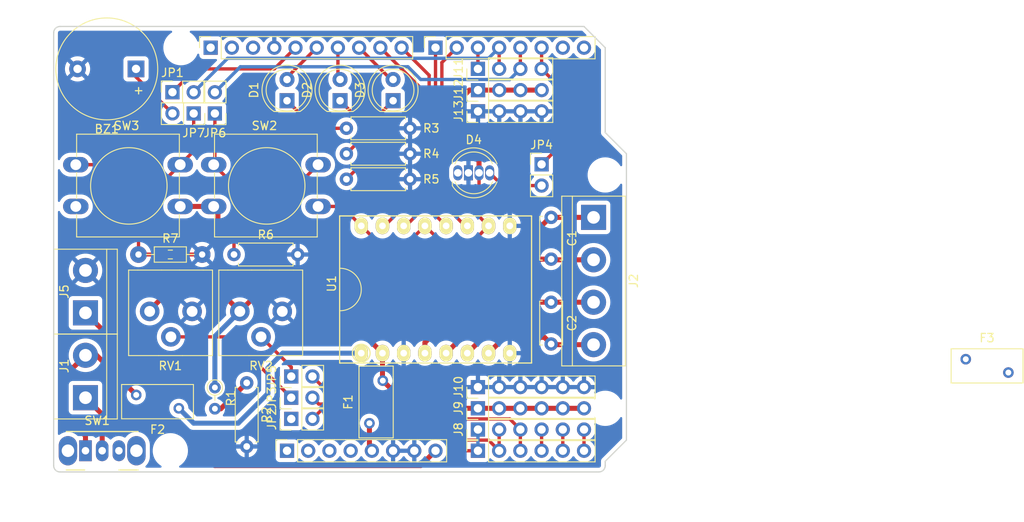
<source format=kicad_pcb>
(kicad_pcb (version 20211014) (generator pcbnew)

  (general
    (thickness 1.6)
  )

  (paper "A4")
  (title_block
    (date "mar. 31 mars 2015")
  )

  (layers
    (0 "F.Cu" signal)
    (31 "B.Cu" signal)
    (32 "B.Adhes" user "B.Adhesive")
    (33 "F.Adhes" user "F.Adhesive")
    (34 "B.Paste" user)
    (35 "F.Paste" user)
    (36 "B.SilkS" user "B.Silkscreen")
    (37 "F.SilkS" user "F.Silkscreen")
    (38 "B.Mask" user)
    (39 "F.Mask" user)
    (40 "Dwgs.User" user "User.Drawings")
    (41 "Cmts.User" user "User.Comments")
    (42 "Eco1.User" user "User.Eco1")
    (43 "Eco2.User" user "User.Eco2")
    (44 "Edge.Cuts" user)
    (45 "Margin" user)
    (46 "B.CrtYd" user "B.Courtyard")
    (47 "F.CrtYd" user "F.Courtyard")
    (48 "B.Fab" user)
    (49 "F.Fab" user)
  )

  (setup
    (stackup
      (layer "F.SilkS" (type "Top Silk Screen"))
      (layer "F.Paste" (type "Top Solder Paste"))
      (layer "F.Mask" (type "Top Solder Mask") (color "Green") (thickness 0.01))
      (layer "F.Cu" (type "copper") (thickness 0.035))
      (layer "dielectric 1" (type "core") (thickness 1.51) (material "FR4") (epsilon_r 4.5) (loss_tangent 0.02))
      (layer "B.Cu" (type "copper") (thickness 0.035))
      (layer "B.Mask" (type "Bottom Solder Mask") (color "Green") (thickness 0.01))
      (layer "B.Paste" (type "Bottom Solder Paste"))
      (layer "B.SilkS" (type "Bottom Silk Screen"))
      (copper_finish "None")
      (dielectric_constraints no)
    )
    (pad_to_mask_clearance 0)
    (aux_axis_origin 100 100)
    (grid_origin 100 100)
    (pcbplotparams
      (layerselection 0x0000030_80000001)
      (disableapertmacros false)
      (usegerberextensions false)
      (usegerberattributes true)
      (usegerberadvancedattributes true)
      (creategerberjobfile true)
      (svguseinch false)
      (svgprecision 6)
      (excludeedgelayer true)
      (plotframeref false)
      (viasonmask false)
      (mode 1)
      (useauxorigin false)
      (hpglpennumber 1)
      (hpglpenspeed 20)
      (hpglpendiameter 15.000000)
      (dxfpolygonmode true)
      (dxfimperialunits true)
      (dxfusepcbnewfont true)
      (psnegative false)
      (psa4output false)
      (plotreference true)
      (plotvalue true)
      (plotinvisibletext false)
      (sketchpadsonfab false)
      (subtractmaskfromsilk false)
      (outputformat 1)
      (mirror false)
      (drillshape 1)
      (scaleselection 1)
      (outputdirectory "")
    )
  )

  (net 0 "")
  (net 1 "GND")
  (net 2 "Net-(BZ1-Pad1)")
  (net 3 "+5V")
  (net 4 "/IOREF")
  (net 5 "/A0")
  (net 6 "/A1")
  (net 7 "/A2")
  (net 8 "/A3")
  (net 9 "/SDA{slash}A4")
  (net 10 "/SCL{slash}A5")
  (net 11 "/13")
  (net 12 "/12")
  (net 13 "/AREF")
  (net 14 "/8")
  (net 15 "/7")
  (net 16 "/*11")
  (net 17 "/*10")
  (net 18 "/*9")
  (net 19 "/4")
  (net 20 "/2")
  (net 21 "/*6")
  (net 22 "/*5")
  (net 23 "/TX{slash}1")
  (net 24 "/*3")
  (net 25 "/RX{slash}0")
  (net 26 "Net-(C1-Pad1)")
  (net 27 "Net-(C1-Pad2)")
  (net 28 "/~{RESET}")
  (net 29 "Net-(C2-Pad1)")
  (net 30 "Net-(C2-Pad2)")
  (net 31 "Net-(D1-Pad1)")
  (net 32 "Net-(D2-Pad1)")
  (net 33 "Net-(D3-Pad1)")
  (net 34 "Net-(F1-Pad1)")
  (net 35 "Net-(F2-Pad1)")
  (net 36 "/+BAT")
  (net 37 "Net-(F3-Pad1)")
  (net 38 "+3.3V")
  (net 39 "/STUP_IN")
  (net 40 "unconnected-(J4-Pad1)")
  (net 41 "/Vin")
  (net 42 "Net-(JP2-Pad1)")
  (net 43 "Net-(JP3-Pad1)")
  (net 44 "Net-(D4-Pad4)")
  (net 45 "Net-(JP5-Pad1)")
  (net 46 "Net-(JP6-Pad1)")
  (net 47 "Net-(JP7-Pad1)")
  (net 48 "unconnected-(D4-Pad1)")

  (footprint "Connector_PinSocket_2.54mm:PinSocket_1x08_P2.54mm_Vertical" (layer "F.Cu") (at 127.94 97.46 90))

  (footprint "Connector_PinSocket_2.54mm:PinSocket_1x06_P2.54mm_Vertical" (layer "F.Cu") (at 150.8 97.46 90))

  (footprint "Connector_PinSocket_2.54mm:PinSocket_1x10_P2.54mm_Vertical" (layer "F.Cu") (at 118.796 49.2 90))

  (footprint "Connector_PinSocket_2.54mm:PinSocket_1x08_P2.54mm_Vertical" (layer "F.Cu") (at 145.72 49.2 90))

  (footprint "Resistor_THT:R_Axial_DIN0207_L6.3mm_D2.5mm_P7.62mm_Horizontal" (layer "F.Cu") (at 123.114 89.332 -90))

  (footprint "Connector_PinHeader_2.54mm:PinHeader_1x06_P2.54mm_Vertical" (layer "F.Cu") (at 150.8 89.84 90))

  (footprint "Fuse:Fuse_BelFuse_0ZRE0005FF_L8.3mm_W3.8mm" (layer "F.Cu") (at 137.808 94.168 90))

  (footprint "Connector_PinHeader_2.54mm:PinHeader_1x04_P2.54mm_Vertical" (layer "F.Cu") (at 150.8 51.74 90))

  (footprint "bl_kicad:NEOPIXEL_THT_D5.0mm-4_(OGVI)" (layer "F.Cu") (at 148.392 64.186))

  (footprint "Button_Switch_THT:SW_PUSH-12mm" (layer "F.Cu") (at 119.16 63.21))

  (footprint "bl_kicad:POT_SmallBlueArrow" (layer "F.Cu") (at 122.29 75.95 -90))

  (footprint "LED_THT:LED_D5.0mm" (layer "F.Cu") (at 134.29 55.55 90))

  (footprint "Connector_PinHeader_2.54mm:PinHeader_1x02_P2.54mm_Vertical" (layer "F.Cu") (at 116.764 57.079 180))

  (footprint "LED_THT:LED_D5.0mm" (layer "F.Cu") (at 140.64 55.55 90))

  (footprint "Connector_PinHeader_2.54mm:PinHeader_1x02_P2.54mm_Vertical" (layer "F.Cu") (at 128.448 93.65 90))

  (footprint "Connector_PinHeader_2.54mm:PinHeader_1x04_P2.54mm_Vertical" (layer "F.Cu") (at 150.81 56.82 90))

  (footprint "Connector_PinHeader_2.54mm:PinHeader_1x04_P2.54mm_Vertical" (layer "F.Cu") (at 150.81 54.28 90))

  (footprint "Button_Switch_THT:SW_PUSH-12mm" (layer "F.Cu") (at 102.65 63.21))

  (footprint "LED_THT:LED_D5.0mm" (layer "F.Cu") (at 127.94 55.55 90))

  (footprint "Connector_PinHeader_2.54mm:PinHeader_1x02_P2.54mm_Vertical" (layer "F.Cu") (at 119.304 57.079 180))

  (footprint "Capacitor_THT:C_Disc_D5.0mm_W2.5mm_P5.00mm" (layer "F.Cu") (at 159.563 69.52 -90))

  (footprint "Capacitor_THT:C_Disc_D5.0mm_W2.5mm_P5.00mm" (layer "F.Cu") (at 159.563 79.68 -90))

  (footprint "TerminalBlock:TerminalBlock_bornier-2_P5.08mm" (layer "F.Cu") (at 103.81 80.95 90))

  (footprint "Arduino_MountingHole:MountingHole_3.2mm" (layer "F.Cu") (at 115.24 49.2))

  (footprint "bl_kicad:ResistorMIxed_THT-DIN0204_SMD-0603" (layer "F.Cu") (at 110.16 73.965))

  (footprint "Resistor_THT:R_Axial_DIN0207_L6.3mm_D2.5mm_P7.62mm_Horizontal" (layer "F.Cu") (at 121.59 73.965))

  (footprint "Connector_PinHeader_2.54mm:PinHeader_1x02_P2.54mm_Vertical" (layer "F.Cu") (at 128.448 88.57 90))

  (footprint "Resistor_THT:R_Axial_DIN0207_L6.3mm_D2.5mm_P7.62mm_Horizontal" (layer "F.Cu") (at 135.052 58.852))

  (footprint "Resistor_THT:R_Axial_DIN0204_L3.6mm_D1.6mm_P2.54mm_Vertical" (layer "F.Cu") (at 119.304 89.89 -90))

  (footprint "Connector_PinHeader_2.54mm:PinHeader_1x02_P2.54mm_Vertical" (layer "F.Cu") (at 114.224 54.529))

  (footprint "Fuse:Fuse_BelFuse_0ZRE0005FF_L8.3mm_W3.8mm" (layer "F.Cu") (at 209.21 86.5))

  (footprint "Fuse:Fuse_BelFuse_0ZRE0005FF_L8.3mm_W3.8mm" (layer "F.Cu") (at 114.986 92.38 180))

  (footprint "bl_kicad:POT_SmallBlueArrow" (layer "F.Cu") (at 111.495 75.95 -90))

  (footprint "bl_kicad:Buzzer_11.45x8RM7" (layer "F.Cu") (at 110.16 51.74 180))

  (footprint "Button_Switch_THT:SW_CuK_OS102011MA1QN1_SPDT_Angled" (layer "F.Cu") (at 103.81 97.46))

  (footprint "TerminalBlock:TerminalBlock_bornier-4_P5.08mm" (layer "F.Cu") (at 164.643 69.52 -90))

  (footprint "TerminalBlock:TerminalBlock_bornier-2_P5.08mm" (layer "F.Cu") (at 103.81 91.11 90))

  (footprint "Arduino_MountingHole:MountingHole_3.2mm" (layer "F.Cu") (at 113.97 97.46))

  (footprint "Resistor_THT:R_Axial_DIN0207_L6.3mm_D2.5mm_P7.62mm_Horizontal" (layer "F.Cu") (at 135.052 61.9))

  (footprint "Resistor_THT:R_Axial_DIN0207_L6.3mm_D2.5mm_P7.62mm_Horizontal" (layer "F.Cu") (at 135.052 64.948))

  (footprint "Arduino_MountingHole:MountingHole_3.2mm" (layer "F.Cu") (at 166.04 64.44))

  (footprint "Connector_PinHeader_2.54mm:PinHeader_1x02_P2.54mm_Vertical" (layer "F.Cu") (at 128.443 91.11 90))

  (footprint "Arduino_MountingHole:MountingHole_3.2mm" (layer "F.Cu") (at 166.04 92.38))

  (footprint "Connector_PinHeader_2.54mm:PinHeader_1x06_P2.54mm_Vertical" (layer "F.Cu") (at 150.8 94.92 90))

  (footprint "bl_kicad:DIP-16_600" (layer "F.Cu") (at 136.83 85.776 90))

  (footprint "Connector_PinHeader_2.54mm:PinHeader_1x02_P2.54mm_Vertical" (layer "F.Cu") (at 158.42 63.17))

  (footprint "Connector_PinHeader_2.54mm:PinHeader_1x06_P2.54mm_Vertical" (layer "F.Cu") (at 150.8 92.38 90))

  (gr_line (start 98.095 96.825) (end 98.095 87.935) (layer "Dwgs.User") (width 0.15) (tstamp 53e4740d-8877-45f6-ab44-50ec12588509))
  (gr_line (start 111.43 96.825) (end 98.095 96.825) (layer "Dwgs.User") (width 0.15) (tstamp 556cf23c-299b-4f67-9a25-a41fb8b5982d))
  (gr_rect (start 162.23 69.52) (end 167.31 77.14) (layer "Dwgs.User") (width 0.15) (fill none) (tstamp 58ce2ea3-aa66-45fe-b5e1-d11ebd935d6a))
  (gr_line (start 98.095 87.935) (end 111.43 87.935) (layer "Dwgs.User") (width 0.15) (tstamp 77f9193c-b405-498d-930b-ec247e51bb7e))
  (gr_line (start 93.65 67.615) (end 93.65 56.185) (layer "Dwgs.User") (width 0.15) (tstamp 886b3496-76f8-498c-900d-2acfeb3f3b58))
  (gr_line (start 111.43 87.935) (end 111.43 96.825) (layer "Dwgs.User") (width 0.15) (tstamp 92b33026-7cad-45d2-b531-7f20adda205b))
  (gr_line (start 109.525 56.185) (end 109.525 67.615) (layer "Dwgs.User") (width 0.15) (tstamp bf6edab4-3acb-4a87-b344-4fa26a7ce1ab))
  (gr_line (start 93.65 56.185) (end 109.525 56.185) (layer "Dwgs.User") (width 0.15) (tstamp da3f2702-9f42-46a9-b5f9-abfc74e86759))
  (gr_line (start 109.525 67.615) (end 93.65 67.615) (layer "Dwgs.User") (width 0.15) (tstamp fde342e7-23e6-43a1-9afe-f71547964d5d))
  (gr_line (start 166.04 59.36) (end 168.58 61.9) (layer "Edge.Cuts") (width 0.15) (tstamp 14983443-9435-48e9-8e51-6faf3f00bdfc))
  (gr_line (start 100 99.238) (end 100 47.422) (layer "Edge.Cuts") (width 0.15) (tstamp 16738e8d-f64a-4520-b480-307e17fc6e64))
  (gr_line (start 168.58 61.9) (end 168.58 96.19) (layer "Edge.Cuts") (width 0.15) (tstamp 58c6d72f-4bb9-4dd3-8643-c635155dbbd9))
  (gr_line (start 165.278 100) (end 100.762 100) (layer "Edge.Cuts") (width 0.15) (tstamp 63988798-ab74-4066-afcb-7d5e2915caca))
  (gr_line (start 100.762 46.66) (end 163.5 46.66) (layer "Edge.Cuts") (width 0.15) (tstamp 6fef40a2-9c09-4d46-b120-a8241120c43b))
  (gr_arc (start 100.762 100) (mid 100.223185 99.776815) (end 100 99.238) (layer "Edge.Cuts") (width 0.15) (tstamp 814cca0a-9069-4535-992b-1bc51a8012a6))
  (gr_line (start 168.58 96.19) (end 166.04 98.73) (layer "Edge.Cuts") (width 0.15) (tstamp 93ebe48c-2f88-4531-a8a5-5f344455d694))
  (gr_line (start 163.5 46.66) (end 166.04 49.2) (layer "Edge.Cuts") (width 0.15) (tstamp a1531b39-8dae-4637-9a8d-49791182f594))
  (gr_arc (start 166.04 99.238) (mid 165.816815 99.776815) (end 165.278 100) (layer "Edge.Cuts") (width 0.15) (tstamp b69d9560-b866-4a54-9fbe-fec8c982890e))
  (gr_line (start 166.04 49.2) (end 166.04 59.36) (layer "Edge.Cuts") (width 0.15) (tstamp e462bc5f-271d-43fc-ab39-c424cc8a72ce))
  (gr_line (start 166.04 98.73) (end 166.04 99.238) (layer "Edge.Cuts") (width 0.15) (tstamp ea66c48c-ef77-4435-9521-1af21d8c2327))
  (gr_arc (start 100 47.422) (mid 100.223185 46.883185) (end 100.762 46.66) (layer "Edge.Cuts") (width 0.15) (tstamp ef0ee1ce-7ed7-4e9c-abb9-dc0926a9353e))
  (gr_text "ICSP" (at 164.77 73.33 90) (layer "Dwgs.User") (tstamp 8a0ca77a-5f97-4d8b-bfbe-42a4f0eded41)
    (effects (font (size 1 1) (thickness 0.15)))
  )

  (segment (start 109.86 52.705) (end 109.86 51.74) (width 0.4) (layer "F.Cu") (net 2) (tstamp 522fb94f-aaf0-4ff2-b010-97bbbace5395))
  (segment (start 114.224 57.069) (end 109.86 52.705) (width 0.4) (layer "F.Cu") (net 2) (tstamp 6a098170-02d3-4053-87cf-e65620a56483))
  (segment (start 148.26 55.804) (end 148.26 60.122) (width 0.6) (layer "F.Cu") (net 3) (tstamp 099d783d-5f01-40dd-839e-278c8c1b19e0))
  (segment (start 153.34 92.38) (end 155.88 92.38) (width 0.6) (layer "F.Cu") (net 3) (tstamp 0a7c35a0-4586-425d-89c0-40979bc94c4b))
  (segment (start 142.677 72.309) (end 144.45 70.536) (width 0.4) (layer "F.Cu") (net 3) (tstamp 114e84a3-e6a6-44a6-9089-db62187948da))
  (segment (start 139.37 89.03) (end 139.408 89.068) (width 0.6) (layer "F.Cu") (net 3) (tstamp 16046903-1e44-4d5a-8e6a-39fcfcee2315))
  (segment (start 119.67 78.156) (end 119.67 68.72) (width 0.6) (layer "F.Cu") (net 3) (tstamp 1be996f4-7203-4818-8644-134c1cf98ce7))
  (segment (start 119.16 68.21) (end 115.15 68.21) (width 0.6) (layer "F.Cu") (net 3) (tstamp 2bffc7ac-67ac-4fcf-b4ed-2988f9e7e387))
  (segment (start 139.37 85.776) (end 139.37 89.03) (width 0.6) (layer "F.Cu") (net 3) (tstamp 349da2a8-08a2-4a18-9ecc-b6557cba69cb))
  (segment (start 150.8 92.38) (end 153.34 92.38) (width 0.6) (layer "F.Cu") (net 3) (tstamp 3ecbc352-6753-4b30-a528-1eeef247068b))
  (segment (start 150.81 54.28) (end 149.784 54.28) (width 0.6) (layer "F.Cu") (net 3) (tstamp 5296c87c-3c85-4035-9c4d-4e68c21c65fd))
  (segment (start 138.618 72.309) (end 142.677 72.309) (width 0.4) (layer "F.Cu") (net 3) (tstamp 5d7fd865-6863-45f5-8985-e2db428596f7))
  (segment (start 144.45 70.536) (end 144.465 70.536) (width 0.4) (layer "F.Cu") (net 3) (tstamp 60085238-c115-4297-bfe3-0b438c7fecae))
  (segment (start 160.96 92.38) (end 163.5 92.38) (width 0.6) (layer "F.Cu") (net 3) (tstamp 6164fe25-819d-4358-950b-4f982cce0b69))
  (segment (start 150.302 72.309) (end 152.07 70.541) (width 0.4) (layer "F.Cu") (net 3) (tstamp 713a3037-3adb-425a-8a65-667cd111982e))
  (segment (start 150.932 64.186) (end 150.932 69.398) (width 0.4) (layer "F.Cu") (net 3) (tstamp 74e0503a-4dba-4a3b-aa61-d6e8084a029e))
  (segment (start 152.07 70.541) (end 152.07 70.536) (width 0.4) (layer "F.Cu") (net 3) (tstamp 771d31cb-58ee-4b23-8914-318b83bce114))
  (segment (start 142.72 92.38) (end 139.408 89.068) (width 0.6) (layer "F.Cu") (net 3) (tstamp 7d658079-e587-4faf-9e55-bc3b17ea1220))
  (segment (start 155.89 54.28) (end 158.43 54.28) (width 0.6) (layer "F.Cu") (net 3) (tstamp 7f87f1d9-9090-41c1-873b-3f97d18ae5e5))
  (segment (start 150.932 62.794) (end 150.932 64.186) (width 0.6) (layer "F.Cu") (net 3) (tstamp 89498d22-1a83-4dd0-8a53-a441ff69aa4c))
  (segment (start 149.784 54.28) (end 148.26 55.804) (width 0.6) (layer "F.Cu") (net 3) (tstamp 8a3ca327-f37a-4fd0-8106-e84649723499))
  (segment (start 124.402 78.664) (end 122.29 80.776) (width 0.6) (layer "F.Cu") (net 3) (tstamp 97d53e56-346f-4514-92b0-f11a2a01f430))
  (segment (start 148.26 60.122) (end 150.932 62.794) (width 0.6) (layer "F.Cu") (net 3) (tstamp 9ca2d432-6cf0-4958-baa7-185e7a3da45f))
  (segment (start 144.465 70.536) (end 146.238 72.309) (width 0.4) (layer "F.Cu") (net 3) (tstamp 9e5037d6-5a33-4b3f-92e4-7d1d4d016c25))
  (segment (start 111.495 80.776) (end 111.495 80.631) (width 0.6) (layer "F.Cu") (net 3) (tstamp 9fcf03f8-51fe-43aa-8426-29d9039e5059))
  (segment (start 150.932 69.398) (end 152.07 70.536) (width 0.4) (layer "F.Cu") (net 3) (tstamp a433494e-34ce-4f13-a31d-4575ed1faa13))
  (segment (start 153.35 54.28) (end 155.89 54.28) (width 0.6) (layer "F.Cu") (net 3) (tstamp b09a50c8-658e-4000-a40e-da118db85937))
  (segment (start 155.88 92.38) (end 158.42 92.38) (width 0.6) (layer "F.Cu") (net 3) (tstamp b967e670-d05c-4d5f-8842-daeb77784986))
  (segment (start 136.845 70.536) (end 138.618 72.309) (width 0.4) (layer "F.Cu") (net 3) (tstamp bff05b2a-5db0-4e26-b7eb-6fe07aa3f4bf))
  (segment (start 150.8 64.318) (end 150.932 64.186) (width 0.4) (layer "F.Cu") (net 3) (tstamp ca960fdc-1961-48c8-9ad3-a3269af57ef9))
  (segment (start 132.258 78.664) (end 124.402 78.664) (width 0.6) (layer "F.Cu") (net 3) (tstamp d0c87d1a-c3ba-4653-8ce5-4fc32ad564ae))
  (segment (start 136.83 70.536) (end 134.504 68.21) (width 0.4) (layer "F.Cu") (net 3) (tstamp d188722d-1234-4e49-8e1c-4de3e38585a5))
  (segment (start 134.504 68.21) (end 131.66 68.21) (width 0.4) (layer "F.Cu") (net 3) (tstamp d50f7b0a-47a0-48f7-8138-bda9a419c558))
  (segment (start 113.97 78.156) (end 119.67 78.156) (width 0.6) (layer "F.Cu") (net 3) (tstamp d5deaeee-72f4-4487-b5dc-61419d8b7435))
  (segment (start 139.37 85.776) (end 132.258 78.664) (width 0.6) (layer "F.Cu") (net 3) (tstamp dc119b8f-3cb6-4658-96b7-6eafdcf44707))
  (segment (start 146.238 72.309) (end 150.302 72.309) (width 0.4) (layer "F.Cu") (net 3) (tstamp e441dd43-b22f-4b61-afc9-33a3e39fb3f6))
  (segment (start 119.67 68.72) (end 119.16 68.21) (width 0.6) (layer "F.Cu") (net 3) (tstamp e662e571-364c-4161-89dd-265923befed6))
  (segment (start 119.67 78.156) (end 122.29 80.776) (width 0.6) (layer "F.Cu") (net 3) (tstamp eb8b080c-ec4e-40c7-9e85-21fd40398ea7))
  (segment (start 150.81 54.28) (end 153.35 54.28) (width 0.6) (layer "F.Cu") (net 3) (tstamp ece4c281-19c3-44be-9df3-e390ffdc7cdc))
  (segment (start 136.83 70.536) (end 136.845 70.536) (width 0.4) (layer "F.Cu") (net 3) (tstamp f4c4d76c-9b12-46af-9f82-7b0c1462769c))
  (segment (start 111.495 80.631) (end 113.97 78.156) (width 0.6) (layer "F.Cu") (net 3) (tstamp f5c5f4c5-b8f1-400a-b452-12b863c5af80))
  (segment (start 150.8 92.38) (end 142.72 92.38) (width 0.6) (layer "F.Cu") (net 3) (tstamp faa23bef-e3ee-4645-b1c9-187aca49ce24))
  (segment (start 158.42 92.38) (end 160.96 92.38) (width 0.6) (layer "F.Cu") (net 3) (tstamp fad0aed5-5fd9-40a6-b175-f764f8c779a6))
  (segment (start 122.29 80.776) (end 119.304 83.762) (width 0.6) (layer "B.Cu") (net 3) (tstamp 55c78533-2fef-432b-95d4-e8ad2b7a45de))
  (segment (start 119.304 83.762) (end 119.304 89.89) (width 0.6) (layer "B.Cu") (net 3) (tstamp 90bfde35-df19-4f93-b5ac-af72b4a22050))
  (segment (start 139.116 92.634) (end 132.004 92.634) (width 0.4) (layer "F.Cu") (net 5) (tstamp 45636b51-fd3f-4c49-be86-d00d5a7fe25e))
  (segment (start 150.8 97.46) (end 148.006 97.46) (width 0.4) (layer "F.Cu") (net 5) (tstamp 5eafba53-b303-4fdb-bcb0-e5ba692d6156))
  (segment (start 132.004 92.634) (end 130.988 93.65) (width 0.4) (layer "F.Cu") (net 5) (tstamp 8d48742f-61c0-47dd-87ba-2f9df3b8426a))
  (segment (start 145.212 94.666) (end 141.148 94.666) (width 0.4) (layer "F.Cu") (net 5) (tstamp b6e62464-8a45-4e95-97a0-b67f8df480d6))
  (segment (start 148.006 97.46) (end 145.212 94.666) (width 0.4) (layer "F.Cu") (net 5) (tstamp bd0f9f19-3bf1-40df-bc0e-71a2f2e87879))
  (segment (start 141.148 94.666) (end 139.116 92.634) (width 0.4) (layer "F.Cu") (net 5) (tstamp f9f707ef-26dd-4ef5-a654-6c8936d1267e))
  (segment (start 150.8 97.46) (end 150.8 94.92) (width 0.4) (layer "B.Cu") (net 5) (tstamp 8f99ffd0-4fad-4249-b15d-9ba9bad9e629))
  (segment (start 141.402 93.904) (end 139.37 91.872) (width 0.4) (layer "F.Cu") (net 6) (tstamp 0864a19a-0d9e-4ebe-ad4c-77bb8a19a84c))
  (segment (start 147.752 96.19) (end 145.466 93.904) (width 0.4) (layer "F.Cu") (net 6) (tstamp 114bc672-0458-4ee7-942c-e003337dad8a))
  (segment (start 131.745 91.872) (end 130.983 91.11) (width 0.4) (layer "F.Cu") (net 6) (tstamp 13f98492-93cb-4f38-b810-2510ef074f66))
  (segment (start 153.34 97.46) (end 153.34 94.92) (width 0.4) (layer "F.Cu") (net 6) (tstamp 2624b555-c54f-4898-8303-a20390181220))
  (segment (start 145.466 93.904) (end 141.402 93.904) (width 0.4) (layer "F.Cu") (net 6) (tstamp 3349c454-6127-48a2-84b3-c4a7aeb333c9))
  (segment (start 153.34 97.46) (end 152.07 96.19) (width 0.4) (layer "F.Cu") (net 6) (tstamp a5166ba3-82ed-4feb-a89c-4354afada157))
  (segment (start 152.07 96.19) (end 147.752 96.19) (width 0.4) (layer "F.Cu") (net 6) (tstamp eb0f8ef9-8e7b-4bb8-a285-be3406f2a220))
  (segment (start 139.37 91.872) (end 131.745 91.872) (width 0.4) (layer "F.Cu") (net 6) (tstamp fb6a7813-9c8a-49d4-b40b-8a92c820ff93))
  (segment (start 155.88 94.92) (end 154.61 93.65) (width 0.4) (layer "F.Cu") (net 7) (tstamp 198a0f90-a630-435f-a27a-74bd3e8fc598))
  (segment (start 155.88 97.46) (end 155.88 94.92) (width 0.4) (layer "F.Cu") (net 7) (tstamp 44bd31a4-d539-4b2b-833f-a96d24212f86))
  (segment (start 145.72 93.142) (end 141.656 93.142) (width 0.4) (layer "F.Cu") (net 7) (tstamp 47452d99-7412-4780-b23b-5727c27ad70d))
  (segment (start 133.528 91.11) (end 130.988 88.57) (width 0.4) (layer "F.Cu") (net 7) (tstamp 935d163d-ca5b-4e9d-9348-e142db535f32))
  (segment (start 146.228 93.65) (end 145.72 93.142) (width 0.4) (layer "F.Cu") (net 7) (tstamp bb3f1934-ef02-48f6-9cf3-c26838ac626e))
  (segment (start 139.624 91.11) (end 133.528 91.11) (width 0.4) (layer "F.Cu") (net 7) (tstamp e0b3330a-25d0-42e0-a137-5c563a3c4c9a))
  (segment (start 154.61 93.65) (end 146.228 93.65) (width 0.4) (layer "F.Cu") (net 7) (tstamp ecb62cda-134d-4ce1-9e4a-ddd55df7fc29))
  (segment (start 141.656 93.142) (end 139.624 91.11) (width 0.4) (layer "F.Cu") (net 7) (tstamp f671ffb5-6415-48c1-9d8c-e60da5678f78))
  (segment (start 158.42 97.46) (end 158.42 94.92) (width 0.4) (layer "F.Cu") (net 8) (tstamp c136dc78-12a8-4510-859c-49dd572bac20))
  (segment (start 160.96 97.46) (end 160.96 94.92) (width 0.4) (layer "F.Cu") (net 9) (tstamp 36741c36-82ca-4e0b-bcaa-0298982ac89f))
  (segment (start 163.5 97.46) (end 163.5 94.92) (width 0.4) (layer "F.Cu") (net 10) (tstamp c6c6a4c4-6d25-4bcc-8051-94e4e7c6058e))
  (segment (start 117.013 51.74) (end 114.224 54.529) (width 0.4) (layer "F.Cu") (net 11) (tstamp 3c75fd2e-d912-4982-8e32-c496a329cdd9))
  (segment (start 128.956 49.2) (end 126.416 51.74) (width 0.4) (layer "F.Cu") (net 11) (tstamp 490f7dba-f395-4494-8a58-b3b2a3633be7))
  (segment (start 126.416 51.74) (end 117.013 51.74) (width 0.4) (layer "F.Cu") (net 11) (tstamp 63a5a3e5-bd35-4500-8127-c262661bd218))
  (segment (start 127.94 52.756) (end 127.94 53.01) (width 0.4) (layer "F.Cu") (net 12) (tstamp 6a9eb152-b577-4acf-97af-97a0b0b6d16a))
  (segment (start 131.496 49.2) (end 127.94 52.756) (width 0.4) (layer "F.Cu") (net 12) (tstamp dee7c7d7-941d-4f3a-9b4a-4c51d548227e))
  (segment (start 144.958 52.502) (end 144.958 67.742) (width 0.4) (layer "F.Cu") (net 14) (tstamp 065a8816-0311-4f37-a4b7-48e063cc3fc6))
  (segment (start 142.164 70.536) (end 141.91 70.536) (width 0.4) (layer "F.Cu") (net 14) (tstamp 0c155b47-445a-4c81-9e86-cbee2251fab4))
  (segment (start 141.656 49.2) (end 144.958 52.502) (width 0.4) (layer "F.Cu") (net 14) (tstamp 70d9143a-8e16-44d6-8a63-37687308acf7))
  (segment (start 144.958 67.742) (end 142.164 70.536) (width 0.4) (layer "F.Cu") (net 14) (tstamp ffd5edb7-163c-481c-b63c-bdd3ba95bd6e))
  (segment (start 145.72 69.266) (end 146.99 70.536) (width 0.4) (layer "F.Cu") (net 15) (tstamp 9e6630b3-a972-4041-9712-b988ff83cbf1))
  (segment (start 145.72 49.2) (end 145.72 69.266) (width 0.4) (layer "F.Cu") (net 15) (tstamp bc90cfd7-b85f-4f53-8aa5-b5c67b874657))
  (segment (start 134.036 52.756) (end 134.29 53.01) (width 0.4) (layer "F.Cu") (net 16) (tstamp d830090f-c075-4c96-8e0a-238540715206))
  (segment (start 134.036 49.2) (end 134.036 52.756) (width 0.4) (layer "F.Cu") (net 16) (tstamp f542abb7-46f6-4e35-be13-f63d46df3e6a))
  (segment (start 136.576 49.2) (end 140.386 53.01) (width 0.4) (layer "F.Cu") (net 17) (tstamp 316646f0-f942-4d4e-93bd-cb4f45ae819b))
  (segment (start 140.386 53.01) (end 140.64 53.01) (width 0.4) (layer "F.Cu") (net 17) (tstamp 52a57676-090f-45dc-a919-78e291ae6f51))
  (segment (start 139.116 49.2) (end 144.196 54.28) (width 0.4) (layer "F.Cu") (net 18) (tstamp 4630dc30-f35e-4991-bee0-a8a7fb152746))
  (segment (start 139.619 70.536) (end 139.37 70.536) (width 0.4) (layer "F.Cu") (net 18) (tstamp 6206762f-ae7c-4e03-bcd0-2e2fa0d64a86))
  (segment (start 144.196 54.28) (end 144.196 65.959) (width 0.4) (layer "F.Cu") (net 18) (tstamp 68e8825a-06fd-4b85-beff-acf30faec908))
  (segment (start 144.196 65.959) (end 139.619 70.536) (width 0.4) (layer "F.Cu") (net 18) (tstamp 732b1a81-a87d-4c38-883f-f78822748b4a))
  (segment (start 153.34 49.2) (end 153.34 51.74) (width 0.4) (layer "F.Cu") (net 19) (tstamp 3e44c44d-fe46-4b89-b42c-21115c132954))
  (segment (start 152.07 50.47) (end 120.833 50.47) (width 0.4) (layer "B.Cu") (net 19) (tstamp 87d9c45b-b4d7-49d1-81af-4fa02e45b21c))
  (segment (start 153.34 49.2) (end 152.07 50.47) (width 0.4) (layer "B.Cu") (net 19) (tstamp d1b1df5d-cf9c-4ef5-a197-f5508a9f9608))
  (segment (start 120.833 50.47) (end 116.764 54.539) (width 0.4) (layer "B.Cu") (net 19) (tstamp fecdd61c-8dd6-4224-a314-d88af6eb3793))
  (segment (start 158.42 49.2) (end 158.42 51.74) (width 0.4) (layer "F.Cu") (net 20) (tstamp 1ed647db-85f7-4914-a04a-75c1b5d30af8))
  (segment (start 160.706 60.884) (end 158.42 63.17) (width 0.4) (layer "F.Cu") (net 20) (tstamp 8ddeec34-eade-4a6b-8815-0b2c665f36db))
  (segment (start 160.706 54.026) (end 160.706 60.884) (width 0.4) (layer "F.Cu") (net 20) (tstamp b3504181-8d3f-4561-af0a-23abc263b022))
  (segment (start 158.42 51.74) (end 160.706 54.026) (width 0.4) (layer "F.Cu") (net 20) (tstamp dca674cc-43c4-4055-8095-c6c0f475627d))
  (segment (start 146.482 50.978) (end 146.482 67.757) (width 0.4) (layer "F.Cu") (net 21) (tstamp 18bbbb20-c28d-4a31-b7f3-97c5d4658c89))
  (segment (start 149.261 70.536) (end 149.53 70.536) (width 0.4) (layer "F.Cu") (net 21) (tstamp 551629f4-2b40-4cc8-a645-b90599f7d8d7))
  (segment (start 148.26 49.2) (end 146.482 50.978) (width 0.4) (layer "F.Cu") (net 21) (tstamp 626e515e-5ccf-4171-9530-63bbf5a2594c))
  (segment (start 146.482 67.757) (end 149.261 70.536) (width 0.4) (layer "F.Cu") (net 21) (tstamp d5934ca8-30d0-4c92-a0eb-e37fa1575a95))
  (segment (start 150.8 49.2) (end 150.8 51.74) (width 0.4) (layer "F.Cu") (net 22) (tstamp dc7b0851-5f5a-4291-83af-adbda4187a6c))
  (segment (start 155.88 49.2) (end 155.88 51.74) (width 0.4) (layer "F.Cu") (net 24) (tstamp 4ba958dc-5823-4c90-90a0-ca16b01ee7ff))
  (segment (start 122.357 51.486) (end 119.304 54.539) (width 0.4) (layer "B.Cu") (net 24) (tstamp 280cad14-2113-4b93-96a4-3c26d4ee1675))
  (segment (start 154.61 53.01) (end 143.942 53.01) (width 0.4) (layer "B.Cu") (net 24) (tstamp 7796615d-ee62-4b4d-ad63-ef0e7b5d1559))
  (segment (start 143.942 53.01) (end 142.418 51.486) (width 0.4) (layer "B.Cu") (net 24) (tstamp 89c98aa7-01de-4881-aca4-3af7ddada619))
  (segment (start 142.418 51.486) (end 122.357 51.486) (width 0.4) (layer "B.Cu") (net 24) (tstamp 9f732bd4-e559-4ac1-9391-2746944eb78d))
  (segment (start 155.88 51.74) (end 154.61 53.01) (width 0.4) (layer "B.Cu") (net 24) (tstamp a46f6ece-f6b6-4ffe-a44c-15c3f27af033))
  (segment (start 159.436 69.52) (end 144.45 84.506) (width 0.6) (layer "F.Cu") (net 26) (tstamp 40abd4c3-0f6b-4ad1-8135-6045f0ef66c6))
  (segment (start 159.563 69.52) (end 159.436 69.52) (width 0.6) (layer "F.Cu") (net 26) (tstamp 4edbc9d2-d9df-47af-bc22-2377b4f502b2))
  (segment (start 144.45 84.506) (end 144.45 85.776) (width 0.6) (layer "F.Cu") (net 26) (tstamp 81f80da8-88cd-4196-8564-a4f9e2058442))
  (segment (start 164.643 69.52) (end 159.563 69.52) (width 0.6) (layer "F.Cu") (net 26) (tstamp aca405cd-5669-402c-a4fe-f3910af5342b))
  (segment (start 159.643 74.6) (end 159.563 74.52) (width 0.6) (layer "F.Cu") (net 27) (tstamp 5ae4ec0a-7302-4b61-83eb-6f7c7b28cb00))
  (segment (start 159.563 74.52) (end 158.2435 74.52) (width 0.6) (layer "F.Cu") (net 27) (tstamp 9776eaea-8a3f-4b8b-a1e9-d46c51d7498f))
  (segment (start 146.99 85.7735) (end 146.99 85.776) (width 0.6) (layer "F.Cu") (net 27) (tstamp bdd0d982-c3d1-458c-8df8-14aada6d58cb))
  (segment (start 158.2435 74.52) (end 146.99 85.7735) (width 0.6) (layer "F.Cu") (net 27) (tstamp cf631b64-0569-4a9b-a1be-50d648b6172f))
  (segment (start 164.643 74.6) (end 159.643 74.6) (width 0.6) (layer "F.Cu") (net 27) (tstamp eed8b048-d426-4f47-9a72-d8b0ede01a7a))
  (segment (start 155.6235 79.68) (end 149.53 85.7735) (width 0.6) (layer "F.Cu") (net 29) (tstamp 49082f4c-1592-446c-943b-928ea4b41c7a))
  (segment (start 164.643 79.68) (end 159.563 79.68) (width 0.6) (layer "F.Cu") (net 29) (tstamp 8ec0a1f8-60f7-4479-9ab3-5507ad4db985))
  (segment (start 159.563 79.68) (end 155.6235 79.68) (width 0.6) (layer "F.Cu") (net 29) (tstamp c8a6d3fc-a30e-42e6-9608-d48cd1c5fdca))
  (segment (start 149.53 85.7735) (end 149.53 85.776) (width 0.6) (layer "F.Cu") (net 29) (tstamp d8b263b1-838e-4854-85e0-f0d1b2ef6dc8))
  (segment (start 159.643 84.76) (end 159.563 84.68) (width 0.6) (layer "F.Cu") (net 30) (tstamp 070213f5-1048-4066-9082-b9f07399f726))
  (segment (start 158.763001 83.880001) (end 153.963499 83.880001) (width 0.6) (layer "F.Cu") (net 30) (tstamp 070eb6ca-018c-41c4-90b4-ae0b5879bbab))
  (segment (start 164.643 84.76) (end 159.643 84.76) (width 0.6) (layer "F.Cu") (net 30) (tstamp 2a402592-3edb-40d5-ac44-3d77a530a529))
  (segment (start 153.963499 83.880001) (end 152.07 85.7735) (width 0.6) (layer "F.Cu") (net 30) (tstamp 2e396bb3-0022-4f8a-9d5c-40391557d031))
  (segment (start 152.07 85.7735) (end 152.07 85.776) (width 0.6) (layer "F.Cu") (net 30) (tstamp 841645bf-fb2c-4a39-af87-e9363ed8b188))
  (segment (start 159.563 84.68) (end 158.763001 83.880001) (width 0.6) (layer "F.Cu") (net 30) (tstamp cb6e4ca9-a57e-43be-86f3-bc8c67937ad1))
  (segment (start 127.94 55.55) (end 131.242 58.852) (width 0.4) (layer "F.Cu") (net 31) (tstamp 05a181d4-94af-4a24-b1aa-dedc921a1a5f))
  (segment (start 131.242 58.852) (end 135.052 58.852) (width 0.4) (layer "F.Cu") (net 31) (tstamp 6f4afcef-fef4-4182-94aa-23ee9bcef543))
  (segment (start 136.83 58.09) (end 136.83 60.122) (width 0.4) (layer "F.Cu") (net 32) (tstamp 710d50fb-7387-441d-9b16-0aa337b1ec71))
  (segment (start 136.83 60.122) (end 135.052 61.9) (width 0.4) (layer "F.Cu") (net 32) (tstamp 72ebabed-66ad-4290-9db7-62236070a443))
  (segment (start 134.29 55.55) (end 136.83 58.09) (width 0.4) (layer "F.Cu") (net 32) (tstamp b8d338a3-df97-4551-856e-2c8637162325))
  (segment (start 137.846 62.154) (end 135.052 64.948) (width 0.4) (layer "F.Cu") (net 33) (tstamp 402bceec-de45-4375-ab24-f064e46a10fa))
  (segment (start 137.846 58.344) (end 137.846 62.154) (width 0.4) (layer "F.Cu") (net 33) (tstamp 8a7c2608-418f-4714-839c-8fb7405fa62d))
  (segment (start 140.64 55.55) (end 137.846 58.344) (width 0.4) (layer "F.Cu") (net 33) (tstamp db46a9c9-8e04-47bb-9d0d-bda6480db91e))
  (segment (start 137.808 94.168) (end 137.808 97.168) (width 0.6) (layer "F.Cu") (net 34) (tstamp 7187feb6-116f-4701-a993-9dd5dda6b0bb))
  (segment (start 137.808 97.168) (end 138.1 97.46) (width 0.6) (layer "F.Cu") (net 34) (tstamp c9ed6d83-071d-4363-9ed8-c5b982d78245))
  (segment (start 127.432 85.776) (end 125.654 87.554) (width 0.6) (layer "B.Cu") (net 35) (tstamp 490f303e-33ed-4f61-988b-5099efb9b8cb))
  (segment (start 136.83 85.776) (end 127.432 85.776) (width 0.6) (layer "B.Cu") (net 35) (tstamp 5d5571b1-01f9-414d-8e07-72c28abae12d))
  (segment (start 122.098 94.158) (end 116.764 94.158) (width 0.6) (layer "B.Cu") (net 35) (tstamp 6e2cb06d-e284-4dfa-9ce0-5d895f4b0c3b))
  (segment (start 125.654 90.602) (end 122.098 94.158) (width 0.6) (layer "B.Cu") (net 35) (tstamp cb0cfe61-6ac4-4fd3-9875-02279c762d10))
  (segment (start 125.654 87.554) (end 125.654 90.602) (width 0.6) (layer "B.Cu") (net 35) (tstamp e0f7a239-14e7-465f-8f74-ae015ce615e5))
  (segment (start 116.764 94.158) (end 114.986 92.38) (width 0.6) (layer "B.Cu") (net 35) (tstamp fb9e57e3-cb1c-425b-93fd-303b39edc0d3))
  (segment (start 101.016 88.824) (end 101.016 92.888) (width 0.6) (layer "F.Cu") (net 36) (tstamp 2dff2576-aa38-416f-adf5-c1f67c5b5382))
  (segment (start 103.81 95.682) (end 103.81 97.46) (width 0.6) (layer "F.Cu") (net 36) (tstamp 35cb715b-a1f2-4546-a098-3e28a6217663))
  (segment (start 103.81 86.03) (end 105.136 86.03) (width 0.6) (layer "F.Cu") (net 36) (tstamp 3ac240e9-08c4-4a62-a9b7-c58195bc3c82))
  (segment (start 105.136 86.03) (end 109.886 90.78) (width 0.6) (layer "F.Cu") (net 36) (tstamp 8f702266-17fa-41c5-aad1-9d226d747dd1))
  (segment (start 101.016 92.888) (end 103.81 95.682) (width 0.6) (layer "F.Cu") (net 36) (tstamp ba45a5af-fc95-4eff-a24c-bc13824414be))
  (segment (start 103.81 86.03) (end 101.016 88.824) (width 0.6) (layer "F.Cu") (net 36) (tstamp ef0375ec-b188-4e60-9f61-99055c3e1d9f))
  (segment (start 105.81 93.11) (end 103.81 91.11) (width 0.6) (layer "F.Cu") (net 39) (tstamp 83764133-e923-47f3-91a2-eb1faa8024a0))
  (segment (start 105.81 97.46) (end 105.81 93.11) (width 0.6) (layer "F.Cu") (net 39) (tstamp 9c2f06bd-6dcf-4570-a188-b9202ae6b6e9))
  (segment (start 112.192 89.332) (end 103.81 80.95) (width 0.6) (layer "F.Cu") (net 41) (tstamp 02f3ff4f-9d8e-4901-94c7-9a7fb3231beb))
  (segment (start 119.304 99.238) (end 112.192 92.126) (width 0.6) (layer "F.Cu") (net 41) (tstamp 100aa391-689c-4796-94ae-eeecfd00bf89))
  (segment (start 145.72 97.46) (end 143.942 99.238) (width 0.6) (layer "F.Cu") (net 41) (tstamp 35544f53-7b11-4af0-b210-42eedb801fb7))
  (segment (start 112.192 92.126) (end 112.192 89.332) (width 0.6) (layer "F.Cu") (net 41) (tstamp 3b6107cd-9456-468c-9d15-c5639d01853a))
  (segment (start 143.942 99.238) (end 119.304 99.238) (width 0.6) (layer "F.Cu") (net 41) (tstamp bd0bd54c-6ec0-4c40-8331-3f723ce6f93f))
  (segment (start 119.304 92.43) (end 120.016 92.43) (width 0.6) (layer "F.Cu") (net 42) (tstamp 76263ef1-6b38-4d9c-a12d-606c4233b6a7))
  (segment (start 120.016 92.43) (end 123.114 89.332) (width 0.6) (layer "F.Cu") (net 42) (tstamp f10c944e-1bcc-4708-8bf0-76374d9d77a0))
  (segment (start 121.162 83.824) (end 114.035 83.824) (width 0.4) (layer "F.Cu") (net 43) (tstamp 3d378eea-33b1-4999-94c9-092fb950ef16))
  (segment (start 128.443 91.105) (end 121.162 83.824) (width 0.4) (layer "F.Cu") (net 43) (tstamp 3fdda6d8-fdf0-4713-9eb3-296b3ac56c86))
  (segment (start 128.443 91.11) (end 128.443 91.105) (width 0.4) (layer "F.Cu") (net 43) (tstamp 5fb0f0a8-ea7f-47e9-b531-04bde528acdb))
  (segment (start 158.42 65.71) (end 153.726 65.71) (width 0.4) (layer "F.Cu") (net 44) (tstamp bc1c4ecf-c348-4712-acd6-7b422c2f516c))
  (segment (start 153.726 65.71) (end 152.202 64.186) (width 0.4) (layer "F.Cu") (net 44) (tstamp da518b51-0225-47c9-8e79-ac46371449ca))
  (segment (start 128.448 88.57) (end 128.448 87.442) (width 0.4) (layer "F.Cu") (net 45) (tstamp 62228737-4fae-462a-97dc-ee3c41a75b7e))
  (segment (start 128.448 87.442) (end 124.83 83.824) (width 0.4) (layer "F.Cu") (net 45) (tstamp 92950490-3e7f-49c8-836c-6ad0a96fd90a))
  (segment (start 129.23 65.64) (end 131.66 63.21) (width 0.4) (layer "F.Cu") (net 46) (tstamp 013b0573-1d85-4953-aac5-036a63993a7c))
  (segment (start 121.59 65.64) (end 129.23 65.64) (width 0.4) (layer "F.Cu") (net 46) (tstamp 1466a582-f02e-4dec-90b0-02f634106384))
  (segment (start 119.304 57.079) (end 119.304 63.066) (width 0.4) (layer "F.Cu") (net 46) (tstamp 15a29fd0-18bf-4a65-8eb6-e2fbf82355fd))
  (segment (start 119.16 63.21) (end 121.59 65.64) (width 0.4) (layer "F.Cu") (net 46) (tstamp 4dedda3e-d316-49b0-93f2-e65d8eec455d))
  (segment (start 121.59 65.64) (end 121.59 73.965) (width 0.4) (layer "F.Cu") (net 46) (tstamp 7fb62146-923b-4600-a8af-385198173808))
  (segment (start 119.304 63.066) (end 119.16 63.21) (width 0.4) (layer "F.Cu") (net 46) (tstamp fea8847c-7685-4aa3-92ec-11ff5a802407))
  (segment (start 116.764 57.079) (end 116.764 61.596) (width 0.4) (layer "F.Cu") (net 47) (tstamp 24c8e1cc-286c-4b56-8b2f-3ce37dec68c8))
  (segment (start 116.764 61.596) (end 115.15 63.21) (width 0.4) (layer "F.Cu") (net 47) (tstamp 565b43e3-720c-4c5c-bd58-8a7886ae9dea))
  (segment (start 110.16 68.2) (end 110.16 73.965) (width 0.4) (layer "F.Cu") (net 47) (tstamp 630f7c72-3376-461e-baaa-ef6737797326))
  (segment (start 110.16 68.2) (end 105.17 63.21) (width 0.4) (layer "F.Cu") (net 47) (tstamp 91dc2c6f-a59e-4f01-be74-a1a47ff2c35d))
  (segment (start 105.17 63.21) (end 102.65 63.21) (width 0.4) (layer "F.Cu") (net 47) (tstamp aa861f4b-bb02-490b-9bbe-c562634e116e))
  (segment (start 115.15 63.21) (end 110.16 68.2) (width 0.4) (layer "F.Cu") (net 47) (tstamp c509f28d-3e2c-4b00-827b-1aa978a1cba5))

  (zone (net 1) (net_name "GND") (layer "B.Cu") (tstamp ae690083-f745-442d-9a71-9fdd9da6aa8c) (hatch edge 0.508)
    (connect_pads (clearance 0.508))
    (min_thickness 0.254) (filled_areas_thickness no)
    (fill yes (thermal_gap 0.508) (thermal_bridge_width 0.508))
    (polygon
      (pts
        (xy 174.676 104.064)
        (xy 96.952 104.064)
        (xy 96.952 44.374)
        (xy 97.286678 44.436579)
        (xy 174.676 44.12)
      )
    )
    (filled_polygon
      (layer "B.Cu")
      (pts
        (xy 114.133264 47.188502)
        (xy 114.179757 47.242158)
        (xy 114.189861 47.312432)
        (xy 114.160367 47.377012)
        (xy 114.137594 47.397587)
        (xy 114.125163 47.406324)
        (xy 113.909977 47.557559)
        (xy 113.894892 47.571577)
        (xy 113.762632 47.694481)
        (xy 113.699378 47.75326)
        (xy 113.517287 47.975732)
        (xy 113.367073 48.220858)
        (xy 113.365347 48.224791)
        (xy 113.365346 48.224792)
        (xy 113.313835 48.342138)
        (xy 113.251517 48.484102)
        (xy 113.250342 48.488229)
        (xy 113.250341 48.48823)
        (xy 113.246967 48.500074)
        (xy 113.172756 48.760594)
        (xy 113.132249 49.045216)
        (xy 113.132227 49.049505)
        (xy 113.132226 49.049512)
        (xy 113.130765 49.328417)
        (xy 113.130743 49.332703)
        (xy 113.131302 49.336947)
        (xy 113.131302 49.336951)
        (xy 113.137015 49.380342)
        (xy 113.168268 49.617734)
        (xy 113.244129 49.895036)
        (xy 113.245813 49.898984)
        (xy 113.353917 50.152428)
        (xy 113.356923 50.159476)
        (xy 113.409374 50.247115)
        (xy 113.497759 50.394795)
        (xy 113.504561 50.406161)
        (xy 113.684313 50.630528)
        (xy 113.892851 50.828423)
        (xy 114.126317 50.996186)
        (xy 114.130112 50.998195)
        (xy 114.130113 50.998196)
        (xy 114.151869 51.009715)
        (xy 114.380392 51.130712)
        (xy 114.404699 51.139607)
        (xy 114.611827 51.215405)
        (xy 114.650373 51.229511)
        (xy 114.931264 51.290755)
        (xy 114.959841 51.293004)
        (xy 115.154282 51.308307)
        (xy 115.154291 51.308307)
        (xy 115.156739 51.3085)
        (xy 115.312271 51.3085)
        (xy 115.314407 51.308354)
        (xy 115.314418 51.308354)
        (xy 115.522548 51.294165)
        (xy 115.522554 51.294164)
        (xy 115.526825 51.293873)
        (xy 115.53102 51.293004)
        (xy 115.531022 51.293004)
        (xy 115.72826 51.252158)
        (xy 115.808342 51.235574)
        (xy 116.079343 51.139607)
        (xy 116.334812 51.00775)
        (xy 116.338313 51.005289)
        (xy 116.338317 51.005287)
        (xy 116.514369 50.881555)
        (xy 116.570023 50.842441)
        (xy 116.651194 50.767012)
        (xy 116.777479 50.649661)
        (xy 116.777481 50.649658)
        (xy 116.780622 50.64674)
        (xy 116.962713 50.424268)
        (xy 117.112927 50.179142)
        (xy 117.116927 50.170031)
        (xy 117.196127 49.989607)
        (xy 117.241823 49.935271)
        (xy 117.309641 49.914266)
        (xy 117.378049 49.93326)
        (xy 117.425329 49.986224)
        (xy 117.4375 50.040252)
        (xy 117.4375 50.098134)
        (xy 117.444255 50.160316)
        (xy 117.495385 50.296705)
        (xy 117.582739 50.413261)
        (xy 117.699295 50.500615)
        (xy 117.835684 50.551745)
        (xy 117.897866 50.5585)
        (xy 119.43834 50.5585)
        (xy 119.506461 50.578502)
        (xy 119.552954 50.632158)
        (xy 119.563058 50.702432)
        (xy 119.533564 50.767012)
        (xy 119.527435 50.773595)
        (xy 117.131316 53.169714)
        (xy 117.069004 53.20374)
        (xy 117.020125 53.204666)
        (xy 116.897373 53.1828)
        (xy 116.897367 53.182799)
        (xy 116.892284 53.181894)
        (xy 116.818452 53.180992)
        (xy 116.674081 53.179228)
        (xy 116.674079 53.179228)
        (xy 116.668911 53.179165)
        (xy 116.448091
... [341090 chars truncated]
</source>
